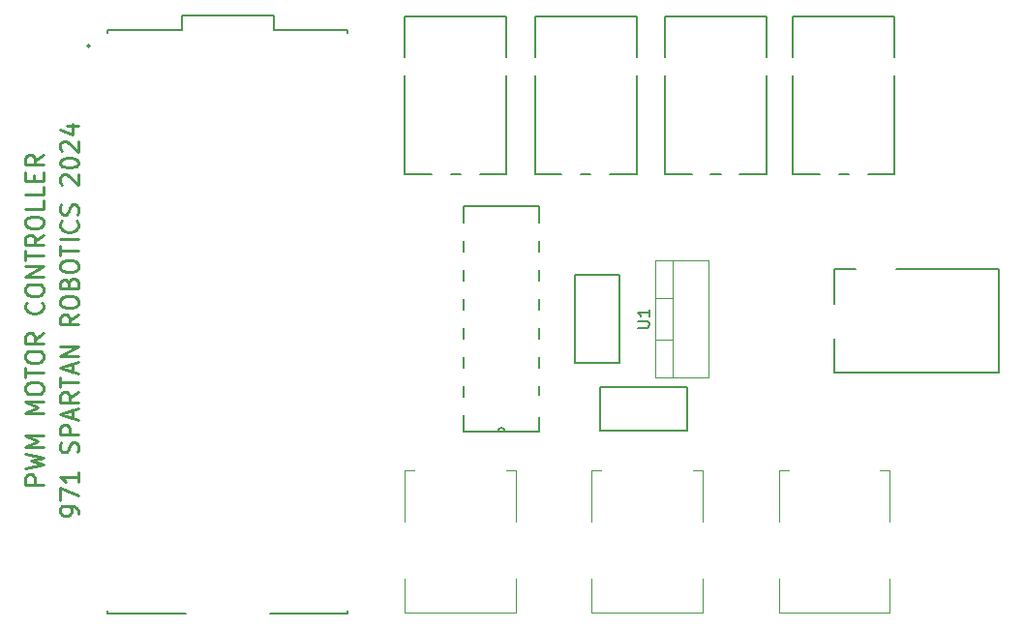
<source format=gbr>
%TF.GenerationSoftware,KiCad,Pcbnew,8.0.4-8.0.4-0~ubuntu22.04.1*%
%TF.CreationDate,2024-07-29T20:28:29-07:00*%
%TF.ProjectId,kraken-pwm-controller,6b72616b-656e-42d7-9077-6d2d636f6e74,rev?*%
%TF.SameCoordinates,Original*%
%TF.FileFunction,Legend,Top*%
%TF.FilePolarity,Positive*%
%FSLAX46Y46*%
G04 Gerber Fmt 4.6, Leading zero omitted, Abs format (unit mm)*
G04 Created by KiCad (PCBNEW 8.0.4-8.0.4-0~ubuntu22.04.1) date 2024-07-29 20:28:29*
%MOMM*%
%LPD*%
G01*
G04 APERTURE LIST*
%ADD10C,0.216040*%
%ADD11C,0.150000*%
%ADD12C,0.100000*%
%ADD13C,0.152400*%
%ADD14C,0.127000*%
%ADD15C,0.200000*%
%ADD16C,0.120000*%
G04 APERTURE END LIST*
D10*
X78541106Y-101346773D02*
X77007706Y-101346773D01*
X77007706Y-101346773D02*
X77007706Y-100762621D01*
X77007706Y-100762621D02*
X77080725Y-100616583D01*
X77080725Y-100616583D02*
X77153744Y-100543564D01*
X77153744Y-100543564D02*
X77299782Y-100470545D01*
X77299782Y-100470545D02*
X77518839Y-100470545D01*
X77518839Y-100470545D02*
X77664877Y-100543564D01*
X77664877Y-100543564D02*
X77737896Y-100616583D01*
X77737896Y-100616583D02*
X77810915Y-100762621D01*
X77810915Y-100762621D02*
X77810915Y-101346773D01*
X77007706Y-99959411D02*
X78541106Y-99594316D01*
X78541106Y-99594316D02*
X77445820Y-99302240D01*
X77445820Y-99302240D02*
X78541106Y-99010164D01*
X78541106Y-99010164D02*
X77007706Y-98645069D01*
X78541106Y-98060916D02*
X77007706Y-98060916D01*
X77007706Y-98060916D02*
X78102991Y-97549783D01*
X78102991Y-97549783D02*
X77007706Y-97038650D01*
X77007706Y-97038650D02*
X78541106Y-97038650D01*
X78541106Y-95140154D02*
X77007706Y-95140154D01*
X77007706Y-95140154D02*
X78102991Y-94629021D01*
X78102991Y-94629021D02*
X77007706Y-94117888D01*
X77007706Y-94117888D02*
X78541106Y-94117888D01*
X77007706Y-93095621D02*
X77007706Y-92803545D01*
X77007706Y-92803545D02*
X77080725Y-92657507D01*
X77080725Y-92657507D02*
X77226763Y-92511469D01*
X77226763Y-92511469D02*
X77518839Y-92438450D01*
X77518839Y-92438450D02*
X78029972Y-92438450D01*
X78029972Y-92438450D02*
X78322048Y-92511469D01*
X78322048Y-92511469D02*
X78468087Y-92657507D01*
X78468087Y-92657507D02*
X78541106Y-92803545D01*
X78541106Y-92803545D02*
X78541106Y-93095621D01*
X78541106Y-93095621D02*
X78468087Y-93241659D01*
X78468087Y-93241659D02*
X78322048Y-93387697D01*
X78322048Y-93387697D02*
X78029972Y-93460716D01*
X78029972Y-93460716D02*
X77518839Y-93460716D01*
X77518839Y-93460716D02*
X77226763Y-93387697D01*
X77226763Y-93387697D02*
X77080725Y-93241659D01*
X77080725Y-93241659D02*
X77007706Y-93095621D01*
X77007706Y-92000335D02*
X77007706Y-91124107D01*
X78541106Y-91562221D02*
X77007706Y-91562221D01*
X77007706Y-90320897D02*
X77007706Y-90028821D01*
X77007706Y-90028821D02*
X77080725Y-89882783D01*
X77080725Y-89882783D02*
X77226763Y-89736745D01*
X77226763Y-89736745D02*
X77518839Y-89663726D01*
X77518839Y-89663726D02*
X78029972Y-89663726D01*
X78029972Y-89663726D02*
X78322048Y-89736745D01*
X78322048Y-89736745D02*
X78468087Y-89882783D01*
X78468087Y-89882783D02*
X78541106Y-90028821D01*
X78541106Y-90028821D02*
X78541106Y-90320897D01*
X78541106Y-90320897D02*
X78468087Y-90466935D01*
X78468087Y-90466935D02*
X78322048Y-90612973D01*
X78322048Y-90612973D02*
X78029972Y-90685992D01*
X78029972Y-90685992D02*
X77518839Y-90685992D01*
X77518839Y-90685992D02*
X77226763Y-90612973D01*
X77226763Y-90612973D02*
X77080725Y-90466935D01*
X77080725Y-90466935D02*
X77007706Y-90320897D01*
X78541106Y-88130326D02*
X77810915Y-88641459D01*
X78541106Y-89006554D02*
X77007706Y-89006554D01*
X77007706Y-89006554D02*
X77007706Y-88422402D01*
X77007706Y-88422402D02*
X77080725Y-88276364D01*
X77080725Y-88276364D02*
X77153744Y-88203345D01*
X77153744Y-88203345D02*
X77299782Y-88130326D01*
X77299782Y-88130326D02*
X77518839Y-88130326D01*
X77518839Y-88130326D02*
X77664877Y-88203345D01*
X77664877Y-88203345D02*
X77737896Y-88276364D01*
X77737896Y-88276364D02*
X77810915Y-88422402D01*
X77810915Y-88422402D02*
X77810915Y-89006554D01*
X78395067Y-85428621D02*
X78468087Y-85501640D01*
X78468087Y-85501640D02*
X78541106Y-85720697D01*
X78541106Y-85720697D02*
X78541106Y-85866735D01*
X78541106Y-85866735D02*
X78468087Y-86085792D01*
X78468087Y-86085792D02*
X78322048Y-86231830D01*
X78322048Y-86231830D02*
X78176010Y-86304849D01*
X78176010Y-86304849D02*
X77883934Y-86377868D01*
X77883934Y-86377868D02*
X77664877Y-86377868D01*
X77664877Y-86377868D02*
X77372801Y-86304849D01*
X77372801Y-86304849D02*
X77226763Y-86231830D01*
X77226763Y-86231830D02*
X77080725Y-86085792D01*
X77080725Y-86085792D02*
X77007706Y-85866735D01*
X77007706Y-85866735D02*
X77007706Y-85720697D01*
X77007706Y-85720697D02*
X77080725Y-85501640D01*
X77080725Y-85501640D02*
X77153744Y-85428621D01*
X77007706Y-84479373D02*
X77007706Y-84187297D01*
X77007706Y-84187297D02*
X77080725Y-84041259D01*
X77080725Y-84041259D02*
X77226763Y-83895221D01*
X77226763Y-83895221D02*
X77518839Y-83822202D01*
X77518839Y-83822202D02*
X78029972Y-83822202D01*
X78029972Y-83822202D02*
X78322048Y-83895221D01*
X78322048Y-83895221D02*
X78468087Y-84041259D01*
X78468087Y-84041259D02*
X78541106Y-84187297D01*
X78541106Y-84187297D02*
X78541106Y-84479373D01*
X78541106Y-84479373D02*
X78468087Y-84625411D01*
X78468087Y-84625411D02*
X78322048Y-84771449D01*
X78322048Y-84771449D02*
X78029972Y-84844468D01*
X78029972Y-84844468D02*
X77518839Y-84844468D01*
X77518839Y-84844468D02*
X77226763Y-84771449D01*
X77226763Y-84771449D02*
X77080725Y-84625411D01*
X77080725Y-84625411D02*
X77007706Y-84479373D01*
X78541106Y-83165030D02*
X77007706Y-83165030D01*
X77007706Y-83165030D02*
X78541106Y-82288802D01*
X78541106Y-82288802D02*
X77007706Y-82288802D01*
X77007706Y-81777668D02*
X77007706Y-80901440D01*
X78541106Y-81339554D02*
X77007706Y-81339554D01*
X78541106Y-79514078D02*
X77810915Y-80025211D01*
X78541106Y-80390306D02*
X77007706Y-80390306D01*
X77007706Y-80390306D02*
X77007706Y-79806154D01*
X77007706Y-79806154D02*
X77080725Y-79660116D01*
X77080725Y-79660116D02*
X77153744Y-79587097D01*
X77153744Y-79587097D02*
X77299782Y-79514078D01*
X77299782Y-79514078D02*
X77518839Y-79514078D01*
X77518839Y-79514078D02*
X77664877Y-79587097D01*
X77664877Y-79587097D02*
X77737896Y-79660116D01*
X77737896Y-79660116D02*
X77810915Y-79806154D01*
X77810915Y-79806154D02*
X77810915Y-80390306D01*
X77007706Y-78564830D02*
X77007706Y-78272754D01*
X77007706Y-78272754D02*
X77080725Y-78126716D01*
X77080725Y-78126716D02*
X77226763Y-77980678D01*
X77226763Y-77980678D02*
X77518839Y-77907659D01*
X77518839Y-77907659D02*
X78029972Y-77907659D01*
X78029972Y-77907659D02*
X78322048Y-77980678D01*
X78322048Y-77980678D02*
X78468087Y-78126716D01*
X78468087Y-78126716D02*
X78541106Y-78272754D01*
X78541106Y-78272754D02*
X78541106Y-78564830D01*
X78541106Y-78564830D02*
X78468087Y-78710868D01*
X78468087Y-78710868D02*
X78322048Y-78856906D01*
X78322048Y-78856906D02*
X78029972Y-78929925D01*
X78029972Y-78929925D02*
X77518839Y-78929925D01*
X77518839Y-78929925D02*
X77226763Y-78856906D01*
X77226763Y-78856906D02*
X77080725Y-78710868D01*
X77080725Y-78710868D02*
X77007706Y-78564830D01*
X78541106Y-76520297D02*
X78541106Y-77250487D01*
X78541106Y-77250487D02*
X77007706Y-77250487D01*
X78541106Y-75278973D02*
X78541106Y-76009163D01*
X78541106Y-76009163D02*
X77007706Y-76009163D01*
X77737896Y-74767839D02*
X77737896Y-74256706D01*
X78541106Y-74037649D02*
X78541106Y-74767839D01*
X78541106Y-74767839D02*
X77007706Y-74767839D01*
X77007706Y-74767839D02*
X77007706Y-74037649D01*
X78541106Y-72504249D02*
X77810915Y-73015382D01*
X78541106Y-73380477D02*
X77007706Y-73380477D01*
X77007706Y-73380477D02*
X77007706Y-72796325D01*
X77007706Y-72796325D02*
X77080725Y-72650287D01*
X77080725Y-72650287D02*
X77153744Y-72577268D01*
X77153744Y-72577268D02*
X77299782Y-72504249D01*
X77299782Y-72504249D02*
X77518839Y-72504249D01*
X77518839Y-72504249D02*
X77664877Y-72577268D01*
X77664877Y-72577268D02*
X77737896Y-72650287D01*
X77737896Y-72650287D02*
X77810915Y-72796325D01*
X77810915Y-72796325D02*
X77810915Y-73380477D01*
X81589106Y-103938950D02*
X81589106Y-103646874D01*
X81589106Y-103646874D02*
X81516087Y-103500836D01*
X81516087Y-103500836D02*
X81443067Y-103427817D01*
X81443067Y-103427817D02*
X81224010Y-103281779D01*
X81224010Y-103281779D02*
X80931934Y-103208760D01*
X80931934Y-103208760D02*
X80347782Y-103208760D01*
X80347782Y-103208760D02*
X80201744Y-103281779D01*
X80201744Y-103281779D02*
X80128725Y-103354798D01*
X80128725Y-103354798D02*
X80055706Y-103500836D01*
X80055706Y-103500836D02*
X80055706Y-103792912D01*
X80055706Y-103792912D02*
X80128725Y-103938950D01*
X80128725Y-103938950D02*
X80201744Y-104011969D01*
X80201744Y-104011969D02*
X80347782Y-104084988D01*
X80347782Y-104084988D02*
X80712877Y-104084988D01*
X80712877Y-104084988D02*
X80858915Y-104011969D01*
X80858915Y-104011969D02*
X80931934Y-103938950D01*
X80931934Y-103938950D02*
X81004953Y-103792912D01*
X81004953Y-103792912D02*
X81004953Y-103500836D01*
X81004953Y-103500836D02*
X80931934Y-103354798D01*
X80931934Y-103354798D02*
X80858915Y-103281779D01*
X80858915Y-103281779D02*
X80712877Y-103208760D01*
X80055706Y-102697626D02*
X80055706Y-101675360D01*
X80055706Y-101675360D02*
X81589106Y-102332531D01*
X81589106Y-100287998D02*
X81589106Y-101164226D01*
X81589106Y-100726112D02*
X80055706Y-100726112D01*
X80055706Y-100726112D02*
X80274763Y-100872150D01*
X80274763Y-100872150D02*
X80420801Y-101018188D01*
X80420801Y-101018188D02*
X80493820Y-101164226D01*
X81516087Y-98535540D02*
X81589106Y-98316483D01*
X81589106Y-98316483D02*
X81589106Y-97951388D01*
X81589106Y-97951388D02*
X81516087Y-97805350D01*
X81516087Y-97805350D02*
X81443067Y-97732331D01*
X81443067Y-97732331D02*
X81297029Y-97659312D01*
X81297029Y-97659312D02*
X81150991Y-97659312D01*
X81150991Y-97659312D02*
X81004953Y-97732331D01*
X81004953Y-97732331D02*
X80931934Y-97805350D01*
X80931934Y-97805350D02*
X80858915Y-97951388D01*
X80858915Y-97951388D02*
X80785896Y-98243464D01*
X80785896Y-98243464D02*
X80712877Y-98389502D01*
X80712877Y-98389502D02*
X80639858Y-98462521D01*
X80639858Y-98462521D02*
X80493820Y-98535540D01*
X80493820Y-98535540D02*
X80347782Y-98535540D01*
X80347782Y-98535540D02*
X80201744Y-98462521D01*
X80201744Y-98462521D02*
X80128725Y-98389502D01*
X80128725Y-98389502D02*
X80055706Y-98243464D01*
X80055706Y-98243464D02*
X80055706Y-97878369D01*
X80055706Y-97878369D02*
X80128725Y-97659312D01*
X81589106Y-97002140D02*
X80055706Y-97002140D01*
X80055706Y-97002140D02*
X80055706Y-96417988D01*
X80055706Y-96417988D02*
X80128725Y-96271950D01*
X80128725Y-96271950D02*
X80201744Y-96198931D01*
X80201744Y-96198931D02*
X80347782Y-96125912D01*
X80347782Y-96125912D02*
X80566839Y-96125912D01*
X80566839Y-96125912D02*
X80712877Y-96198931D01*
X80712877Y-96198931D02*
X80785896Y-96271950D01*
X80785896Y-96271950D02*
X80858915Y-96417988D01*
X80858915Y-96417988D02*
X80858915Y-97002140D01*
X81150991Y-95541759D02*
X81150991Y-94811569D01*
X81589106Y-95687797D02*
X80055706Y-95176664D01*
X80055706Y-95176664D02*
X81589106Y-94665531D01*
X81589106Y-93278169D02*
X80858915Y-93789302D01*
X81589106Y-94154397D02*
X80055706Y-94154397D01*
X80055706Y-94154397D02*
X80055706Y-93570245D01*
X80055706Y-93570245D02*
X80128725Y-93424207D01*
X80128725Y-93424207D02*
X80201744Y-93351188D01*
X80201744Y-93351188D02*
X80347782Y-93278169D01*
X80347782Y-93278169D02*
X80566839Y-93278169D01*
X80566839Y-93278169D02*
X80712877Y-93351188D01*
X80712877Y-93351188D02*
X80785896Y-93424207D01*
X80785896Y-93424207D02*
X80858915Y-93570245D01*
X80858915Y-93570245D02*
X80858915Y-94154397D01*
X80055706Y-92840054D02*
X80055706Y-91963826D01*
X81589106Y-92401940D02*
X80055706Y-92401940D01*
X81150991Y-91525711D02*
X81150991Y-90795521D01*
X81589106Y-91671749D02*
X80055706Y-91160616D01*
X80055706Y-91160616D02*
X81589106Y-90649483D01*
X81589106Y-90138349D02*
X80055706Y-90138349D01*
X80055706Y-90138349D02*
X81589106Y-89262121D01*
X81589106Y-89262121D02*
X80055706Y-89262121D01*
X81589106Y-86487397D02*
X80858915Y-86998530D01*
X81589106Y-87363625D02*
X80055706Y-87363625D01*
X80055706Y-87363625D02*
X80055706Y-86779473D01*
X80055706Y-86779473D02*
X80128725Y-86633435D01*
X80128725Y-86633435D02*
X80201744Y-86560416D01*
X80201744Y-86560416D02*
X80347782Y-86487397D01*
X80347782Y-86487397D02*
X80566839Y-86487397D01*
X80566839Y-86487397D02*
X80712877Y-86560416D01*
X80712877Y-86560416D02*
X80785896Y-86633435D01*
X80785896Y-86633435D02*
X80858915Y-86779473D01*
X80858915Y-86779473D02*
X80858915Y-87363625D01*
X80055706Y-85538149D02*
X80055706Y-85246073D01*
X80055706Y-85246073D02*
X80128725Y-85100035D01*
X80128725Y-85100035D02*
X80274763Y-84953997D01*
X80274763Y-84953997D02*
X80566839Y-84880978D01*
X80566839Y-84880978D02*
X81077972Y-84880978D01*
X81077972Y-84880978D02*
X81370048Y-84953997D01*
X81370048Y-84953997D02*
X81516087Y-85100035D01*
X81516087Y-85100035D02*
X81589106Y-85246073D01*
X81589106Y-85246073D02*
X81589106Y-85538149D01*
X81589106Y-85538149D02*
X81516087Y-85684187D01*
X81516087Y-85684187D02*
X81370048Y-85830225D01*
X81370048Y-85830225D02*
X81077972Y-85903244D01*
X81077972Y-85903244D02*
X80566839Y-85903244D01*
X80566839Y-85903244D02*
X80274763Y-85830225D01*
X80274763Y-85830225D02*
X80128725Y-85684187D01*
X80128725Y-85684187D02*
X80055706Y-85538149D01*
X80785896Y-83712673D02*
X80858915Y-83493616D01*
X80858915Y-83493616D02*
X80931934Y-83420597D01*
X80931934Y-83420597D02*
X81077972Y-83347578D01*
X81077972Y-83347578D02*
X81297029Y-83347578D01*
X81297029Y-83347578D02*
X81443067Y-83420597D01*
X81443067Y-83420597D02*
X81516087Y-83493616D01*
X81516087Y-83493616D02*
X81589106Y-83639654D01*
X81589106Y-83639654D02*
X81589106Y-84223806D01*
X81589106Y-84223806D02*
X80055706Y-84223806D01*
X80055706Y-84223806D02*
X80055706Y-83712673D01*
X80055706Y-83712673D02*
X80128725Y-83566635D01*
X80128725Y-83566635D02*
X80201744Y-83493616D01*
X80201744Y-83493616D02*
X80347782Y-83420597D01*
X80347782Y-83420597D02*
X80493820Y-83420597D01*
X80493820Y-83420597D02*
X80639858Y-83493616D01*
X80639858Y-83493616D02*
X80712877Y-83566635D01*
X80712877Y-83566635D02*
X80785896Y-83712673D01*
X80785896Y-83712673D02*
X80785896Y-84223806D01*
X80055706Y-82398330D02*
X80055706Y-82106254D01*
X80055706Y-82106254D02*
X80128725Y-81960216D01*
X80128725Y-81960216D02*
X80274763Y-81814178D01*
X80274763Y-81814178D02*
X80566839Y-81741159D01*
X80566839Y-81741159D02*
X81077972Y-81741159D01*
X81077972Y-81741159D02*
X81370048Y-81814178D01*
X81370048Y-81814178D02*
X81516087Y-81960216D01*
X81516087Y-81960216D02*
X81589106Y-82106254D01*
X81589106Y-82106254D02*
X81589106Y-82398330D01*
X81589106Y-82398330D02*
X81516087Y-82544368D01*
X81516087Y-82544368D02*
X81370048Y-82690406D01*
X81370048Y-82690406D02*
X81077972Y-82763425D01*
X81077972Y-82763425D02*
X80566839Y-82763425D01*
X80566839Y-82763425D02*
X80274763Y-82690406D01*
X80274763Y-82690406D02*
X80128725Y-82544368D01*
X80128725Y-82544368D02*
X80055706Y-82398330D01*
X80055706Y-81303044D02*
X80055706Y-80426816D01*
X81589106Y-80864930D02*
X80055706Y-80864930D01*
X81589106Y-79915682D02*
X80055706Y-79915682D01*
X81443067Y-78309264D02*
X81516087Y-78382283D01*
X81516087Y-78382283D02*
X81589106Y-78601340D01*
X81589106Y-78601340D02*
X81589106Y-78747378D01*
X81589106Y-78747378D02*
X81516087Y-78966435D01*
X81516087Y-78966435D02*
X81370048Y-79112473D01*
X81370048Y-79112473D02*
X81224010Y-79185492D01*
X81224010Y-79185492D02*
X80931934Y-79258511D01*
X80931934Y-79258511D02*
X80712877Y-79258511D01*
X80712877Y-79258511D02*
X80420801Y-79185492D01*
X80420801Y-79185492D02*
X80274763Y-79112473D01*
X80274763Y-79112473D02*
X80128725Y-78966435D01*
X80128725Y-78966435D02*
X80055706Y-78747378D01*
X80055706Y-78747378D02*
X80055706Y-78601340D01*
X80055706Y-78601340D02*
X80128725Y-78382283D01*
X80128725Y-78382283D02*
X80201744Y-78309264D01*
X81516087Y-77725111D02*
X81589106Y-77506054D01*
X81589106Y-77506054D02*
X81589106Y-77140959D01*
X81589106Y-77140959D02*
X81516087Y-76994921D01*
X81516087Y-76994921D02*
X81443067Y-76921902D01*
X81443067Y-76921902D02*
X81297029Y-76848883D01*
X81297029Y-76848883D02*
X81150991Y-76848883D01*
X81150991Y-76848883D02*
X81004953Y-76921902D01*
X81004953Y-76921902D02*
X80931934Y-76994921D01*
X80931934Y-76994921D02*
X80858915Y-77140959D01*
X80858915Y-77140959D02*
X80785896Y-77433035D01*
X80785896Y-77433035D02*
X80712877Y-77579073D01*
X80712877Y-77579073D02*
X80639858Y-77652092D01*
X80639858Y-77652092D02*
X80493820Y-77725111D01*
X80493820Y-77725111D02*
X80347782Y-77725111D01*
X80347782Y-77725111D02*
X80201744Y-77652092D01*
X80201744Y-77652092D02*
X80128725Y-77579073D01*
X80128725Y-77579073D02*
X80055706Y-77433035D01*
X80055706Y-77433035D02*
X80055706Y-77067940D01*
X80055706Y-77067940D02*
X80128725Y-76848883D01*
X80201744Y-75096425D02*
X80128725Y-75023406D01*
X80128725Y-75023406D02*
X80055706Y-74877368D01*
X80055706Y-74877368D02*
X80055706Y-74512273D01*
X80055706Y-74512273D02*
X80128725Y-74366235D01*
X80128725Y-74366235D02*
X80201744Y-74293216D01*
X80201744Y-74293216D02*
X80347782Y-74220197D01*
X80347782Y-74220197D02*
X80493820Y-74220197D01*
X80493820Y-74220197D02*
X80712877Y-74293216D01*
X80712877Y-74293216D02*
X81589106Y-75169444D01*
X81589106Y-75169444D02*
X81589106Y-74220197D01*
X80055706Y-73270949D02*
X80055706Y-73124911D01*
X80055706Y-73124911D02*
X80128725Y-72978873D01*
X80128725Y-72978873D02*
X80201744Y-72905854D01*
X80201744Y-72905854D02*
X80347782Y-72832835D01*
X80347782Y-72832835D02*
X80639858Y-72759816D01*
X80639858Y-72759816D02*
X81004953Y-72759816D01*
X81004953Y-72759816D02*
X81297029Y-72832835D01*
X81297029Y-72832835D02*
X81443067Y-72905854D01*
X81443067Y-72905854D02*
X81516087Y-72978873D01*
X81516087Y-72978873D02*
X81589106Y-73124911D01*
X81589106Y-73124911D02*
X81589106Y-73270949D01*
X81589106Y-73270949D02*
X81516087Y-73416987D01*
X81516087Y-73416987D02*
X81443067Y-73490006D01*
X81443067Y-73490006D02*
X81297029Y-73563025D01*
X81297029Y-73563025D02*
X81004953Y-73636044D01*
X81004953Y-73636044D02*
X80639858Y-73636044D01*
X80639858Y-73636044D02*
X80347782Y-73563025D01*
X80347782Y-73563025D02*
X80201744Y-73490006D01*
X80201744Y-73490006D02*
X80128725Y-73416987D01*
X80128725Y-73416987D02*
X80055706Y-73270949D01*
X80201744Y-72175663D02*
X80128725Y-72102644D01*
X80128725Y-72102644D02*
X80055706Y-71956606D01*
X80055706Y-71956606D02*
X80055706Y-71591511D01*
X80055706Y-71591511D02*
X80128725Y-71445473D01*
X80128725Y-71445473D02*
X80201744Y-71372454D01*
X80201744Y-71372454D02*
X80347782Y-71299435D01*
X80347782Y-71299435D02*
X80493820Y-71299435D01*
X80493820Y-71299435D02*
X80712877Y-71372454D01*
X80712877Y-71372454D02*
X81589106Y-72248682D01*
X81589106Y-72248682D02*
X81589106Y-71299435D01*
X80566839Y-69985092D02*
X81589106Y-69985092D01*
X79982687Y-70350187D02*
X81077972Y-70715282D01*
X81077972Y-70715282D02*
X81077972Y-69766035D01*
D11*
X130566819Y-87629904D02*
X131376342Y-87629904D01*
X131376342Y-87629904D02*
X131471580Y-87582285D01*
X131471580Y-87582285D02*
X131519200Y-87534666D01*
X131519200Y-87534666D02*
X131566819Y-87439428D01*
X131566819Y-87439428D02*
X131566819Y-87248952D01*
X131566819Y-87248952D02*
X131519200Y-87153714D01*
X131519200Y-87153714D02*
X131471580Y-87106095D01*
X131471580Y-87106095D02*
X131376342Y-87058476D01*
X131376342Y-87058476D02*
X130566819Y-87058476D01*
X131566819Y-86058476D02*
X131566819Y-86629904D01*
X131566819Y-86344190D02*
X130566819Y-86344190D01*
X130566819Y-86344190D02*
X130709676Y-86439428D01*
X130709676Y-86439428D02*
X130804914Y-86534666D01*
X130804914Y-86534666D02*
X130852533Y-86629904D01*
D12*
%TO.C,RV1*%
X142892000Y-100076000D02*
X142892000Y-104576000D01*
X142892000Y-112576000D02*
X142892000Y-109576000D01*
X143742000Y-100076000D02*
X142892000Y-100076000D01*
X152592000Y-100076000D02*
X151742000Y-100076000D01*
X152592000Y-104576000D02*
X152592000Y-100076000D01*
X152592000Y-109576000D02*
X152592000Y-112576000D01*
X152592000Y-112576000D02*
X142892000Y-112576000D01*
D13*
%TO.C,J2*%
X132918800Y-60401200D02*
X132918800Y-63986209D01*
X132918800Y-65553791D02*
X132918800Y-74244200D01*
X132918800Y-74244200D02*
X135276169Y-74244200D01*
X136911431Y-74244200D02*
X137816169Y-74244200D01*
X139451431Y-74244200D02*
X141808800Y-74244200D01*
X141808800Y-60401200D02*
X132918800Y-60401200D01*
X141808800Y-63986209D02*
X141808800Y-60401200D01*
X141808800Y-74244200D02*
X141808800Y-65553791D01*
%TO.C,J4*%
X110192400Y-60401200D02*
X110192400Y-63986209D01*
X110192400Y-65553791D02*
X110192400Y-74244200D01*
X110192400Y-74244200D02*
X112549769Y-74244200D01*
X114185031Y-74244200D02*
X115089769Y-74244200D01*
X116725031Y-74244200D02*
X119082400Y-74244200D01*
X119082400Y-60401200D02*
X110192400Y-60401200D01*
X119082400Y-63986209D02*
X119082400Y-60401200D01*
X119082400Y-74244200D02*
X119082400Y-65553791D01*
D14*
%TO.C,J5*%
X147740000Y-82525000D02*
X149590000Y-82525000D01*
X147740000Y-85575000D02*
X147740000Y-82525000D01*
X147740000Y-91525000D02*
X147740000Y-88575000D01*
X153190000Y-82525000D02*
X162140000Y-82525000D01*
X162140000Y-82525000D02*
X162140000Y-91525000D01*
X162140000Y-91525000D02*
X147740000Y-91525000D01*
D12*
%TO.C,RV3*%
X110172000Y-100076000D02*
X110172000Y-104576000D01*
X110172000Y-112576000D02*
X110172000Y-109576000D01*
X111022000Y-100076000D02*
X110172000Y-100076000D01*
X119872000Y-100076000D02*
X119022000Y-100076000D01*
X119872000Y-104576000D02*
X119872000Y-100076000D01*
X119872000Y-109576000D02*
X119872000Y-112576000D01*
X119872000Y-112576000D02*
X110172000Y-112576000D01*
D13*
%TO.C,J1*%
X144145000Y-60401200D02*
X144145000Y-63986209D01*
X144145000Y-65553791D02*
X144145000Y-74244200D01*
X144145000Y-74244200D02*
X146502369Y-74244200D01*
X148137631Y-74244200D02*
X149042369Y-74244200D01*
X150677631Y-74244200D02*
X153035000Y-74244200D01*
X153035000Y-60401200D02*
X144145000Y-60401200D01*
X153035000Y-63986209D02*
X153035000Y-60401200D01*
X153035000Y-74244200D02*
X153035000Y-65553791D01*
%TO.C,J3*%
X121555600Y-60401200D02*
X121555600Y-63986209D01*
X121555600Y-65553791D02*
X121555600Y-74244200D01*
X121555600Y-74244200D02*
X123912969Y-74244200D01*
X125548231Y-74244200D02*
X126452969Y-74244200D01*
X128088231Y-74244200D02*
X130445600Y-74244200D01*
X130445600Y-60401200D02*
X121555600Y-60401200D01*
X130445600Y-63986209D02*
X130445600Y-60401200D01*
X130445600Y-74244200D02*
X130445600Y-65553791D01*
%TO.C,U4*%
X115316000Y-77025500D02*
X115316000Y-78409431D01*
X115316000Y-80086569D02*
X115316000Y-80949431D01*
X115316000Y-82626569D02*
X115316000Y-83489431D01*
X115316000Y-85166569D02*
X115316000Y-86029431D01*
X115316000Y-87706569D02*
X115316000Y-88569431D01*
X115316000Y-90246569D02*
X115316000Y-91109431D01*
X115316000Y-92786569D02*
X115316000Y-93649431D01*
X115316000Y-95326569D02*
X115316000Y-96710500D01*
X115316000Y-96710500D02*
X121920000Y-96710500D01*
X121920000Y-77025500D02*
X115316000Y-77025500D01*
X121920000Y-78409431D02*
X121920000Y-77025500D01*
X121920000Y-80949431D02*
X121920000Y-80086569D01*
X121920000Y-83489431D02*
X121920000Y-82626569D01*
X121920000Y-86029431D02*
X121920000Y-85166569D01*
X121920000Y-88569431D02*
X121920000Y-87706569D01*
X121920000Y-91109431D02*
X121920000Y-90246569D01*
X121920000Y-93507560D02*
X121920000Y-92786569D01*
X121920000Y-96710500D02*
X121920000Y-95468440D01*
X118313200Y-96710500D02*
G75*
G02*
X118922800Y-96710500I304800J0D01*
G01*
%TO.C,C3*%
X125069600Y-83045300D02*
X125069600Y-90690700D01*
X125069600Y-83045300D02*
X128930400Y-83045300D01*
X125069600Y-90690700D02*
X128930400Y-90690700D01*
X128930400Y-83045300D02*
X128930400Y-90690700D01*
D14*
%TO.C,U2*%
X84204000Y-61622000D02*
X90704000Y-61622000D01*
X84204000Y-61872000D02*
X84204000Y-61622000D01*
X84204000Y-112622000D02*
X84204000Y-112372000D01*
X90704000Y-60322000D02*
X98704000Y-60322000D01*
X90704000Y-61622000D02*
X90704000Y-60322000D01*
X91044000Y-112622000D02*
X84204000Y-112622000D01*
X98704000Y-60322000D02*
X98704000Y-61622000D01*
X98704000Y-61622000D02*
X105204000Y-61622000D01*
X105204000Y-61622000D02*
X105204000Y-61872000D01*
X105204000Y-112622000D02*
X98364000Y-112622000D01*
X105204000Y-112622000D02*
X105204000Y-112372000D01*
D15*
X82614000Y-62992000D02*
G75*
G02*
X82414000Y-62992000I-100000J0D01*
G01*
X82414000Y-62992000D02*
G75*
G02*
X82614000Y-62992000I100000J0D01*
G01*
D16*
%TO.C,U1*%
X132112000Y-81748000D02*
X136753000Y-81748000D01*
X132112000Y-85017000D02*
X133622000Y-85017000D01*
X132112000Y-88718000D02*
X133622000Y-88718000D01*
X132112000Y-91988000D02*
X132112000Y-81748000D01*
X132112000Y-91988000D02*
X136753000Y-91988000D01*
X133622000Y-91988000D02*
X133622000Y-81748000D01*
X136753000Y-91988000D02*
X136753000Y-81748000D01*
D13*
%TO.C,C1*%
X127241300Y-92811600D02*
X127241300Y-96672400D01*
X134886700Y-92811600D02*
X127241300Y-92811600D01*
X134886700Y-92811600D02*
X134886700Y-96672400D01*
X134886700Y-96672400D02*
X127241300Y-96672400D01*
D12*
%TO.C,RV2*%
X126532000Y-100076000D02*
X126532000Y-104576000D01*
X126532000Y-112576000D02*
X126532000Y-109576000D01*
X127382000Y-100076000D02*
X126532000Y-100076000D01*
X136232000Y-100076000D02*
X135382000Y-100076000D01*
X136232000Y-104576000D02*
X136232000Y-100076000D01*
X136232000Y-109576000D02*
X136232000Y-112576000D01*
X136232000Y-112576000D02*
X126532000Y-112576000D01*
%TD*%
M02*

</source>
